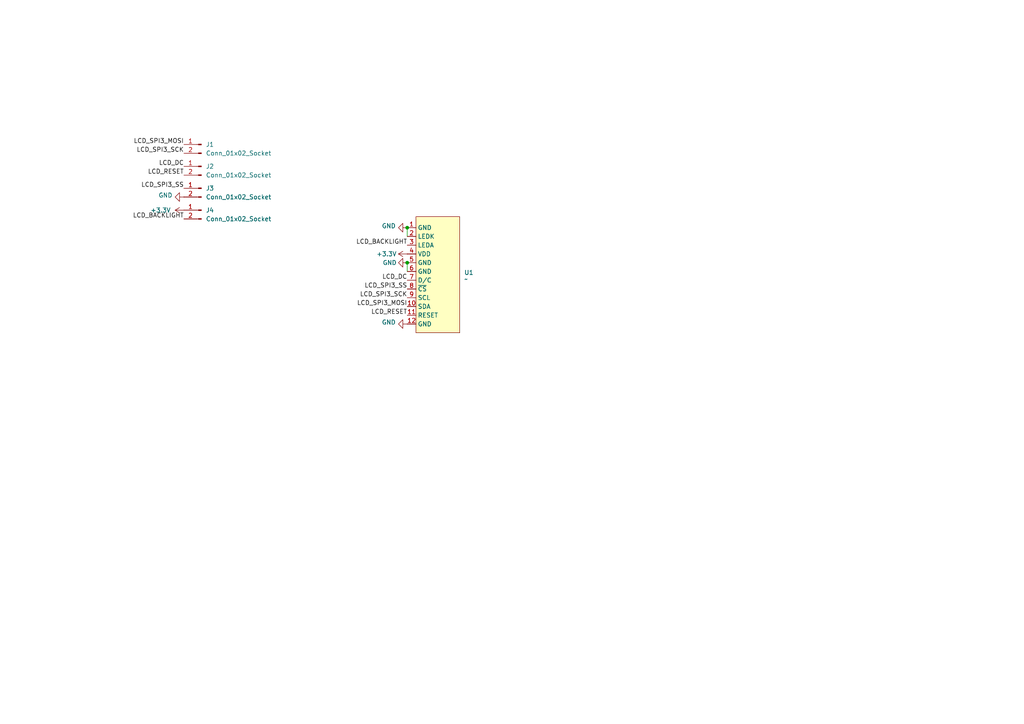
<source format=kicad_sch>
(kicad_sch (version 20231120) (generator "eeschema") (generator_version "8.0")
  (paper "A4")
  (lib_symbols
    (symbol "Connector:Conn_01x02_Pin" (pin_names (offset 1.016) hide)
      (property "Reference" "J" (at 0 2.54 0))
      (property "Value" "Conn_01x02_Pin" (at 0 -5.08 0))
      (symbol "Conn_01x02_Pin_1_1"
        (polyline (pts (xy 1.27 -2.54) (xy 0.8636 -2.54)) (stroke (width 0.1524)))
        (polyline (pts (xy 1.27 0) (xy 0.8636 0)) (stroke (width 0.1524)))
        (rectangle (start 0.8636 -2.413) (end 0 -2.667) (stroke (width 0.1524)) (fill (type outline)))
        (rectangle (start 0.8636 0.127) (end 0 -0.127) (stroke (width 0.1524)) (fill (type outline)))
        (pin passive line (at 5.08 0 180) (length 3.81) (name "Pin_1") (number "1"))
        (pin passive line (at 5.08 -2.54 180) (length 3.81) (name "Pin_2") (number "2"))
      )
    )
    (symbol "Mountjoy:Round_LCD"
      (property "Reference" "U" (at 0 21.59 0))
      (symbol "Round_LCD_1_0"
        (pin input line (at -8.89 -8.89 0) (length 2.54) (name "SDA") (number "10"))
        (pin input line (at -8.89 -11.43 0) (length 2.54) (name "RESET") (number "11"))
        (pin input line (at -8.89 -13.97 0) (length 2.54) (name "GND") (number "12"))
        (pin input line (at -8.89 6.35 0) (length 2.54) (name "VDD") (number "4"))
        (pin input line (at -8.89 3.81 0) (length 2.54) (name "GND") (number "5"))
        (pin input line (at -8.89 1.27 0) (length 2.54) (name "GND") (number "6"))
        (pin input line (at -8.89 -1.27 0) (length 2.54) (name "D/C") (number "7"))
        (pin input line (at -8.89 -3.81 0) (length 2.54) (name "~{CS}") (number "8"))
        (pin input line (at -8.89 -6.35 0) (length 2.54) (name "SCL") (number "9"))
      )
      (symbol "Round_LCD_1_1"
        (rectangle (start -6.35 17.145) (end 6.35 -16.51) (fill (type background)))
        (pin input line (at -8.89 13.97 0) (length 2.54) (name "GND") (number "1"))
        (pin input line (at -8.89 11.43 0) (length 2.54) (name "LEDK") (number "2"))
        (pin input line (at -8.89 8.89 0) (length 2.54) (name "LEDA") (number "3"))
      )
    )
    (symbol "power:+3.3V" (power) (pin_numbers hide) (pin_names (offset 0) hide)
      (property "Value" "+3.3V" (at 0 3.556 0))
      (symbol "+3.3V_0_1"
        (polyline (pts (xy -0.762 1.27) (xy 0 2.54)))
        (polyline (pts (xy 0 0) (xy 0 2.54)))
        (polyline (pts (xy 0 2.54) (xy 0.762 1.27)))
      )
      (symbol "+3.3V_1_1"
        (pin power_in line (at 0 0 90) (length 0) (name "~") (number "1"))
      )
    )
    (symbol "power:GND" (power) (pin_numbers hide) (pin_names (offset 0) hide)
      (property "Value" "GND" (at 0 -3.81 0))
      (symbol "GND_0_1"
        (polyline (pts (xy 0 0) (xy 0 -1.27) (xy 1.27 -1.27) (xy 0 -2.54) (xy -1.27 -1.27) (xy 0 -1.27)))
      )
      (symbol "GND_1_1"
        (pin power_in line (at 0 0 270) (length 0) (name "~") (number "1"))
      )
    )
  )
  (junction (at 118.11 76.2))
  (junction (at 118.11 66.04))
  (wire (pts (xy 118.11 76.2) (xy 118.11 78.74)))
  (wire (pts (xy 118.11 66.04) (xy 118.11 68.58)))
  (label "LCD_SPI3_SCK" (at 53.34 44.45 180))
  (label "LCD_RESET" (at 118.11 91.44 180))
  (label "LCD_BACKLIGHT" (at 118.11 71.12 180))
  (label "LCD_RESET" (at 53.34 50.8 180))
  (label "LCD_BACKLIGHT" (at 53.34 63.5 180))
  (label "LCD_SPI3_MOSI" (at 118.11 88.9 180))
  (label "LCD_SPI3_SS" (at 53.34 54.61 180))
  (label "LCD_SPI3_MOSI" (at 53.34 41.91 180))
  (label "LCD_DC" (at 118.11 81.28 180))
  (label "LCD_SPI3_SCK" (at 118.11 86.36 180))
  (label "LCD_SPI3_SS" (at 118.11 83.82 180))
  (label "LCD_DC" (at 53.34 48.26 180))
  (symbol (lib_id "power:+3.3V") (at 118.11 73.66 90) (unit 1)
    (property "Reference" "#PWR07" (effects (hide yes)))
    (property "Value" "+3.3V" (at 115.062 73.66 90) (effects (justify left)))
    (property "Description" "Power symbol creates a global label with name \"+3.3V\"" (effects (hide yes)))
  )
  (symbol (lib_id "Mountjoy:Round_LCD") (at 127 80.01 0) (unit 1)
    (property "Reference" "U1" (at 134.62 79.0574 0) (effects (justify left)))
    (property "Value" "~" (at 134.62 80.9625 0) (effects (justify left)))
    (property "Footprint" "Custom_Footprints:Round_LCD" (effects (hide yes)))
  )
  (symbol (lib_id "Connector:Conn_01x02_Pin") (at 58.42 48.26 0) (mirror y) (unit 1)
    (property "Reference" "J2" (at 59.69 48.2599 0) (effects (justify right)))
    (property "Value" "Conn_01x02_Socket" (at 59.69 50.7999 0) (effects (justify right)))
    (property "Footprint" "Connector_PinHeader_2.54mm:PinHeader_1x02_P2.54mm_Vertical" (effects (hide yes)))
    (property "Description" "Generic connector, single row, 01x02, script generated" (effects (hide yes)))
  )
  (symbol (lib_id "power:GND") (at 118.11 93.98 270) (unit 1)
    (property "Reference" "#PWR03" (effects (hide yes)))
    (property "Value" "GND" (at 114.808 93.472 90) (effects (justify right)))
    (property "Description" "Power symbol creates a global label with name \"GND\" , ground" (effects (hide yes)))
  )
  (symbol (lib_id "Connector:Conn_01x02_Pin") (at 58.42 54.61 0) (mirror y) (unit 1)
    (property "Reference" "J3" (at 59.69 54.6099 0) (effects (justify right)))
    (property "Value" "Conn_01x02_Socket" (at 59.69 57.1499 0) (effects (justify right)))
    (property "Footprint" "Connector_PinHeader_2.54mm:PinHeader_1x02_P2.54mm_Vertical" (effects (hide yes)))
    (property "Description" "Generic connector, single row, 01x02, script generated" (effects (hide yes)))
  )
  (symbol (lib_id "power:+3.3V") (at 53.34 60.96 90) (unit 1)
    (property "Reference" "#PWR02" (effects (hide yes)))
    (property "Value" "+3.3V" (at 49.53 60.9599 90) (effects (justify left)))
    (property "Description" "Power symbol creates a global label with name \"+3.3V\"" (effects (hide yes)))
  )
  (symbol (lib_id "Connector:Conn_01x02_Pin") (at 58.42 41.91 0) (mirror y) (unit 1)
    (property "Reference" "J1" (at 59.69 41.9099 0) (effects (justify right)))
    (property "Value" "Conn_01x02_Socket" (at 59.69 44.4499 0) (effects (justify right)))
    (property "Footprint" "Connector_PinHeader_2.54mm:PinHeader_1x02_P2.54mm_Vertical" (effects (hide yes)))
    (property "Description" "Generic connector, single row, 01x02, script generated" (effects (hide yes)))
  )
  (symbol (lib_id "power:GND") (at 118.11 66.04 270) (unit 1)
    (property "Reference" "#PWR05" (effects (hide yes)))
    (property "Value" "GND" (at 114.808 65.532 90) (effects (justify right)))
    (property "Description" "Power symbol creates a global label with name \"GND\" , ground" (effects (hide yes)))
  )
  (symbol (lib_id "power:GND") (at 53.34 57.15 270) (unit 1)
    (property "Reference" "#PWR01" (effects (hide yes)))
    (property "Value" "GND" (at 50.038 56.642 90) (effects (justify right)))
    (property "Description" "Power symbol creates a global label with name \"GND\" , ground" (effects (hide yes)))
  )
  (symbol (lib_id "power:GND") (at 118.11 76.2 270) (unit 1)
    (property "Reference" "#PWR06" (effects (hide yes)))
    (property "Value" "GND" (at 115.062 76.2 90) (effects (justify right)))
    (property "Description" "Power symbol creates a global label with name \"GND\" , ground" (effects (hide yes)))
  )
  (symbol (lib_id "Connector:Conn_01x02_Pin") (at 58.42 60.96 0) (mirror y) (unit 1)
    (property "Reference" "J4" (at 59.69 60.9599 0) (effects (justify right)))
    (property "Value" "Conn_01x02_Socket" (at 59.69 63.4999 0) (effects (justify right)))
    (property "Footprint" "Connector_PinHeader_2.54mm:PinHeader_1x02_P2.54mm_Vertical" (effects (hide yes)))
    (property "Description" "Generic connector, single row, 01x02, script generated" (effects (hide yes)))
  )
)
</source>
